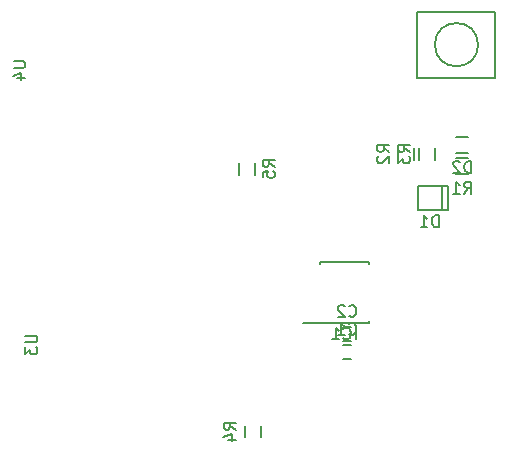
<source format=gbo>
G04 #@! TF.FileFunction,Legend,Bot*
%FSLAX46Y46*%
G04 Gerber Fmt 4.6, Leading zero omitted, Abs format (unit mm)*
G04 Created by KiCad (PCBNEW 4.0.4+dfsg1-stable) date Sun Feb  5 14:29:14 2017*
%MOMM*%
%LPD*%
G01*
G04 APERTURE LIST*
%ADD10C,0.100000*%
%ADD11C,0.150000*%
G04 APERTURE END LIST*
D10*
D11*
X60675000Y15425000D02*
X60675000Y15475000D01*
X64825000Y15425000D02*
X64825000Y15570000D01*
X64825000Y20575000D02*
X64825000Y20430000D01*
X60675000Y20575000D02*
X60675000Y20430000D01*
X60675000Y15425000D02*
X64825000Y15425000D01*
X60675000Y20575000D02*
X64825000Y20575000D01*
X60675000Y15475000D02*
X59275000Y15475000D01*
X63350000Y13600000D02*
X62650000Y13600000D01*
X62650000Y12400000D02*
X63350000Y12400000D01*
X63350000Y15100000D02*
X62650000Y15100000D01*
X62650000Y13900000D02*
X63350000Y13900000D01*
X71000000Y27000000D02*
X71000000Y25000000D01*
X71500000Y27000000D02*
X71500000Y25000000D01*
X71500000Y25000000D02*
X69000000Y25000000D01*
X69000000Y25000000D02*
X69000000Y27000000D01*
X69000000Y27000000D02*
X71500000Y27000000D01*
X73250000Y31175000D02*
X72250000Y31175000D01*
X72250000Y29825000D02*
X73250000Y29825000D01*
X73250000Y29425000D02*
X72250000Y29425000D01*
X72250000Y28075000D02*
X73250000Y28075000D01*
X68675000Y29250000D02*
X68675000Y30250000D01*
X67325000Y30250000D02*
X67325000Y29250000D01*
X70425000Y29250000D02*
X70425000Y30250000D01*
X69075000Y30250000D02*
X69075000Y29250000D01*
X55675000Y5750000D02*
X55675000Y6750000D01*
X54325000Y6750000D02*
X54325000Y5750000D01*
X53825000Y29000000D02*
X53825000Y28000000D01*
X55175000Y28000000D02*
X55175000Y29000000D01*
X74081620Y39000000D02*
G75*
G03X74081620Y39000000I-1831620J0D01*
G01*
X75552000Y36206000D02*
X75552000Y41794000D01*
X75552000Y41794000D02*
X68948000Y41794000D01*
X68948000Y41794000D02*
X68948000Y36206000D01*
X68948000Y36206000D02*
X75552000Y36206000D01*
X63726190Y14047619D02*
X63726190Y15047619D01*
X62678571Y14142857D02*
X62726190Y14095238D01*
X62869047Y14047619D01*
X62964285Y14047619D01*
X63107143Y14095238D01*
X63202381Y14190476D01*
X63250000Y14285714D01*
X63297619Y14476190D01*
X63297619Y14619048D01*
X63250000Y14809524D01*
X63202381Y14904762D01*
X63107143Y15000000D01*
X62964285Y15047619D01*
X62869047Y15047619D01*
X62726190Y15000000D01*
X62678571Y14952381D01*
X61726190Y14047619D02*
X62297619Y14047619D01*
X62011905Y14047619D02*
X62011905Y15047619D01*
X62107143Y14904762D01*
X62202381Y14809524D01*
X62297619Y14761905D01*
X63166666Y14542857D02*
X63214285Y14495238D01*
X63357142Y14447619D01*
X63452380Y14447619D01*
X63595238Y14495238D01*
X63690476Y14590476D01*
X63738095Y14685714D01*
X63785714Y14876190D01*
X63785714Y15019048D01*
X63738095Y15209524D01*
X63690476Y15304762D01*
X63595238Y15400000D01*
X63452380Y15447619D01*
X63357142Y15447619D01*
X63214285Y15400000D01*
X63166666Y15352381D01*
X62214285Y14447619D02*
X62785714Y14447619D01*
X62500000Y14447619D02*
X62500000Y15447619D01*
X62595238Y15304762D01*
X62690476Y15209524D01*
X62785714Y15161905D01*
X63166666Y16042857D02*
X63214285Y15995238D01*
X63357142Y15947619D01*
X63452380Y15947619D01*
X63595238Y15995238D01*
X63690476Y16090476D01*
X63738095Y16185714D01*
X63785714Y16376190D01*
X63785714Y16519048D01*
X63738095Y16709524D01*
X63690476Y16804762D01*
X63595238Y16900000D01*
X63452380Y16947619D01*
X63357142Y16947619D01*
X63214285Y16900000D01*
X63166666Y16852381D01*
X62785714Y16852381D02*
X62738095Y16900000D01*
X62642857Y16947619D01*
X62404761Y16947619D01*
X62309523Y16900000D01*
X62261904Y16852381D01*
X62214285Y16757143D01*
X62214285Y16661905D01*
X62261904Y16519048D01*
X62833333Y15947619D01*
X62214285Y15947619D01*
X70738095Y23547619D02*
X70738095Y24547619D01*
X70500000Y24547619D01*
X70357142Y24500000D01*
X70261904Y24404762D01*
X70214285Y24309524D01*
X70166666Y24119048D01*
X70166666Y23976190D01*
X70214285Y23785714D01*
X70261904Y23690476D01*
X70357142Y23595238D01*
X70500000Y23547619D01*
X70738095Y23547619D01*
X69214285Y23547619D02*
X69785714Y23547619D01*
X69500000Y23547619D02*
X69500000Y24547619D01*
X69595238Y24404762D01*
X69690476Y24309524D01*
X69785714Y24261905D01*
X73488095Y28147619D02*
X73488095Y29147619D01*
X73250000Y29147619D01*
X73107142Y29100000D01*
X73011904Y29004762D01*
X72964285Y28909524D01*
X72916666Y28719048D01*
X72916666Y28576190D01*
X72964285Y28385714D01*
X73011904Y28290476D01*
X73107142Y28195238D01*
X73250000Y28147619D01*
X73488095Y28147619D01*
X72535714Y29052381D02*
X72488095Y29100000D01*
X72392857Y29147619D01*
X72154761Y29147619D01*
X72059523Y29100000D01*
X72011904Y29052381D01*
X71964285Y28957143D01*
X71964285Y28861905D01*
X72011904Y28719048D01*
X72583333Y28147619D01*
X71964285Y28147619D01*
X72916666Y26397619D02*
X73250000Y26873810D01*
X73488095Y26397619D02*
X73488095Y27397619D01*
X73107142Y27397619D01*
X73011904Y27350000D01*
X72964285Y27302381D01*
X72916666Y27207143D01*
X72916666Y27064286D01*
X72964285Y26969048D01*
X73011904Y26921429D01*
X73107142Y26873810D01*
X73488095Y26873810D01*
X71964285Y26397619D02*
X72535714Y26397619D01*
X72250000Y26397619D02*
X72250000Y27397619D01*
X72345238Y27254762D01*
X72440476Y27159524D01*
X72535714Y27111905D01*
X66552381Y29916666D02*
X66076190Y30250000D01*
X66552381Y30488095D02*
X65552381Y30488095D01*
X65552381Y30107142D01*
X65600000Y30011904D01*
X65647619Y29964285D01*
X65742857Y29916666D01*
X65885714Y29916666D01*
X65980952Y29964285D01*
X66028571Y30011904D01*
X66076190Y30107142D01*
X66076190Y30488095D01*
X65647619Y29535714D02*
X65600000Y29488095D01*
X65552381Y29392857D01*
X65552381Y29154761D01*
X65600000Y29059523D01*
X65647619Y29011904D01*
X65742857Y28964285D01*
X65838095Y28964285D01*
X65980952Y29011904D01*
X66552381Y29583333D01*
X66552381Y28964285D01*
X68302381Y29916666D02*
X67826190Y30250000D01*
X68302381Y30488095D02*
X67302381Y30488095D01*
X67302381Y30107142D01*
X67350000Y30011904D01*
X67397619Y29964285D01*
X67492857Y29916666D01*
X67635714Y29916666D01*
X67730952Y29964285D01*
X67778571Y30011904D01*
X67826190Y30107142D01*
X67826190Y30488095D01*
X67302381Y29583333D02*
X67302381Y28964285D01*
X67683333Y29297619D01*
X67683333Y29154761D01*
X67730952Y29059523D01*
X67778571Y29011904D01*
X67873810Y28964285D01*
X68111905Y28964285D01*
X68207143Y29011904D01*
X68254762Y29059523D01*
X68302381Y29154761D01*
X68302381Y29440476D01*
X68254762Y29535714D01*
X68207143Y29583333D01*
X53552381Y6416666D02*
X53076190Y6750000D01*
X53552381Y6988095D02*
X52552381Y6988095D01*
X52552381Y6607142D01*
X52600000Y6511904D01*
X52647619Y6464285D01*
X52742857Y6416666D01*
X52885714Y6416666D01*
X52980952Y6464285D01*
X53028571Y6511904D01*
X53076190Y6607142D01*
X53076190Y6988095D01*
X52885714Y5559523D02*
X53552381Y5559523D01*
X52504762Y5797619D02*
X53219048Y6035714D01*
X53219048Y5416666D01*
X56852381Y28666666D02*
X56376190Y29000000D01*
X56852381Y29238095D02*
X55852381Y29238095D01*
X55852381Y28857142D01*
X55900000Y28761904D01*
X55947619Y28714285D01*
X56042857Y28666666D01*
X56185714Y28666666D01*
X56280952Y28714285D01*
X56328571Y28761904D01*
X56376190Y28857142D01*
X56376190Y29238095D01*
X55852381Y27761904D02*
X55852381Y28238095D01*
X56328571Y28285714D01*
X56280952Y28238095D01*
X56233333Y28142857D01*
X56233333Y27904761D01*
X56280952Y27809523D01*
X56328571Y27761904D01*
X56423810Y27714285D01*
X56661905Y27714285D01*
X56757143Y27761904D01*
X56804762Y27809523D01*
X56852381Y27904761D01*
X56852381Y28142857D01*
X56804762Y28238095D01*
X56757143Y28285714D01*
X35752381Y14361905D02*
X36561905Y14361905D01*
X36657143Y14314286D01*
X36704762Y14266667D01*
X36752381Y14171429D01*
X36752381Y13980952D01*
X36704762Y13885714D01*
X36657143Y13838095D01*
X36561905Y13790476D01*
X35752381Y13790476D01*
X35752381Y13409524D02*
X35752381Y12790476D01*
X36133333Y13123810D01*
X36133333Y12980952D01*
X36180952Y12885714D01*
X36228571Y12838095D01*
X36323810Y12790476D01*
X36561905Y12790476D01*
X36657143Y12838095D01*
X36704762Y12885714D01*
X36752381Y12980952D01*
X36752381Y13266667D01*
X36704762Y13361905D01*
X36657143Y13409524D01*
X34752381Y37611905D02*
X35561905Y37611905D01*
X35657143Y37564286D01*
X35704762Y37516667D01*
X35752381Y37421429D01*
X35752381Y37230952D01*
X35704762Y37135714D01*
X35657143Y37088095D01*
X35561905Y37040476D01*
X34752381Y37040476D01*
X35085714Y36135714D02*
X35752381Y36135714D01*
X34704762Y36373810D02*
X35419048Y36611905D01*
X35419048Y35992857D01*
M02*

</source>
